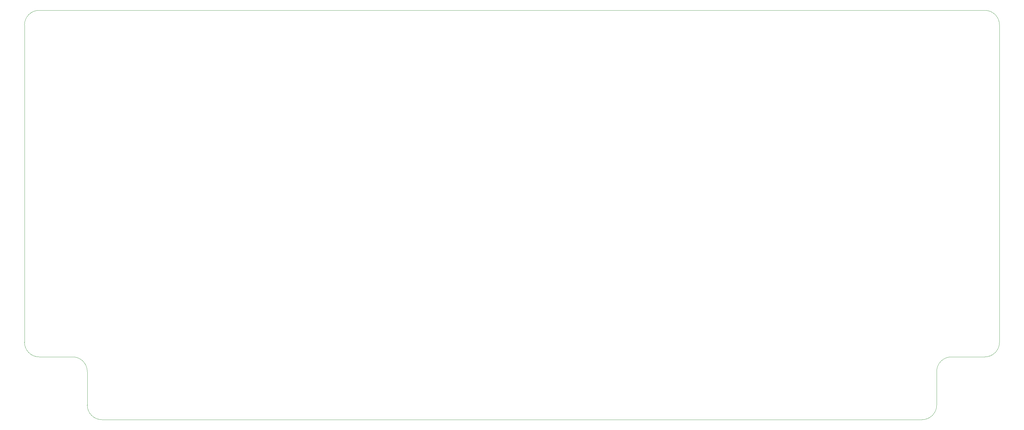
<source format=gbr>
G04 #@! TF.GenerationSoftware,KiCad,Pcbnew,(5.1.2)-2*
G04 #@! TF.CreationDate,2019-06-19T01:42:54+05:00*
G04 #@! TF.ProjectId,rudeboard,72756465-626f-4617-9264-2e6b69636164,1*
G04 #@! TF.SameCoordinates,Original*
G04 #@! TF.FileFunction,Profile,NP*
%FSLAX46Y46*%
G04 Gerber Fmt 4.6, Leading zero omitted, Abs format (unit mm)*
G04 Created by KiCad (PCBNEW (5.1.2)-2) date 2019-06-19 01:42:54*
%MOMM*%
%LPD*%
G04 APERTURE LIST*
%ADD10C,0.050000*%
G04 APERTURE END LIST*
D10*
X68072000Y-156845000D02*
X68072000Y-60579000D01*
X82677000Y-161290000D02*
X72517000Y-161290000D01*
X87122000Y-175895000D02*
X87122000Y-165735000D01*
X340360000Y-180340000D02*
X91567000Y-180340000D01*
X344805000Y-165735000D02*
X344805000Y-175895000D01*
X359410000Y-161290000D02*
X349250000Y-161290000D01*
X363855000Y-60579000D02*
X363855000Y-156845000D01*
X72517000Y-56134000D02*
X359410000Y-56134000D01*
X68072000Y-60579000D02*
G75*
G02X72517000Y-56134000I4445000J0D01*
G01*
X72517000Y-161290000D02*
G75*
G02X68072000Y-156845000I0J4445000D01*
G01*
X82677000Y-161290000D02*
G75*
G02X87122000Y-165735000I0J-4445000D01*
G01*
X91567000Y-180340000D02*
G75*
G02X87122000Y-175895000I0J4445000D01*
G01*
X344805000Y-165735000D02*
G75*
G02X349250000Y-161290000I4445000J0D01*
G01*
X363855000Y-156845000D02*
G75*
G02X359410000Y-161290000I-4445000J0D01*
G01*
X344805000Y-175895000D02*
G75*
G02X340360000Y-180340000I-4445000J0D01*
G01*
X359410000Y-56134000D02*
G75*
G02X363855000Y-60579000I0J-4445000D01*
G01*
M02*

</source>
